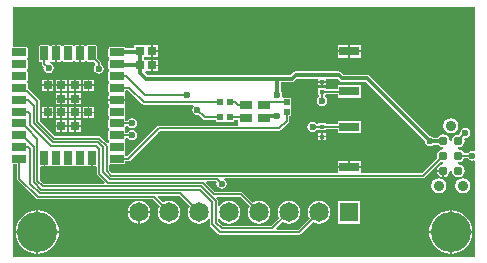
<source format=gtl>
G04*
G04 #@! TF.GenerationSoftware,Altium Limited,Altium Designer,21.6.4 (81)*
G04*
G04 Layer_Physical_Order=1*
G04 Layer_Color=255*
%FSLAX44Y44*%
%MOMM*%
G71*
G04*
G04 #@! TF.SameCoordinates,EAB3D259-4ACE-4868-9577-5A2B5B6BA7EE*
G04*
G04*
G04 #@! TF.FilePolarity,Positive*
G04*
G01*
G75*
G04:AMPARAMS|DCode=15|XSize=1.15mm|YSize=0.7mm|CornerRadius=0.035mm|HoleSize=0mm|Usage=FLASHONLY|Rotation=180.000|XOffset=0mm|YOffset=0mm|HoleType=Round|Shape=RoundedRectangle|*
%AMROUNDEDRECTD15*
21,1,1.1500,0.6300,0,0,180.0*
21,1,1.0800,0.7000,0,0,180.0*
1,1,0.0700,-0.5400,0.3150*
1,1,0.0700,0.5400,0.3150*
1,1,0.0700,0.5400,-0.3150*
1,1,0.0700,-0.5400,-0.3150*
%
%ADD15ROUNDEDRECTD15*%
G04:AMPARAMS|DCode=16|XSize=1.15mm|YSize=0.7mm|CornerRadius=0.035mm|HoleSize=0mm|Usage=FLASHONLY|Rotation=90.000|XOffset=0mm|YOffset=0mm|HoleType=Round|Shape=RoundedRectangle|*
%AMROUNDEDRECTD16*
21,1,1.1500,0.6300,0,0,90.0*
21,1,1.0800,0.7000,0,0,90.0*
1,1,0.0700,0.3150,0.5400*
1,1,0.0700,0.3150,-0.5400*
1,1,0.0700,-0.3150,-0.5400*
1,1,0.0700,-0.3150,0.5400*
%
%ADD16ROUNDEDRECTD16*%
%ADD17R,0.7000X0.7000*%
%ADD19R,1.0000X0.8000*%
%ADD20R,0.7800X0.7400*%
%ADD21R,1.7000X0.8000*%
%ADD22R,0.5200X0.5500*%
%ADD23R,0.5500X0.5200*%
%ADD24R,0.3500X0.3600*%
%ADD39C,0.7900*%
%ADD40C,0.1520*%
%ADD41C,0.3500*%
%ADD42C,0.9000*%
%ADD43C,1.6500*%
%ADD44R,1.6500X1.6500*%
%ADD45C,3.4000*%
%ADD46C,0.6000*%
G36*
X280823Y152823D02*
X281822Y152155D01*
X283000Y151921D01*
X283000Y151921D01*
X303211D01*
X353279Y101853D01*
X353610Y100188D01*
X354553Y98776D01*
X355966Y97832D01*
X357632Y97500D01*
X359298Y97832D01*
X360709Y98775D01*
X364727D01*
X364887Y98537D01*
X366613Y97383D01*
X368650Y96978D01*
Y94922D01*
X366613Y94517D01*
X364887Y93363D01*
X363733Y91637D01*
X363328Y89600D01*
X363725Y87602D01*
X351043Y74920D01*
X298770D01*
Y79238D01*
X279230D01*
Y74920D01*
X88498D01*
X85636Y77782D01*
Y81243D01*
X85688Y81340D01*
X86850Y82198D01*
X97650D01*
X98282Y82324D01*
X98818Y82682D01*
X99176Y83218D01*
X99302Y83850D01*
Y84930D01*
X102000D01*
X102792Y85088D01*
X103464Y85536D01*
X128857Y110930D01*
X230000D01*
X230792Y111088D01*
X231464Y111537D01*
X237464Y117536D01*
X237912Y118208D01*
X238070Y119000D01*
Y123130D01*
X240020D01*
Y130870D01*
X240020D01*
Y131130D01*
X240020D01*
Y138870D01*
X233126D01*
X233122Y138872D01*
X232183Y140140D01*
X232354Y141000D01*
X232022Y142666D01*
X231079Y144078D01*
Y151607D01*
X240478D01*
X241656Y151841D01*
X242655Y152509D01*
X245067Y154921D01*
X262980D01*
Y152962D01*
X266000D01*
X269020D01*
Y154921D01*
X278725D01*
X280823Y152823D01*
D02*
G37*
G36*
X395922Y94351D02*
X394652Y93725D01*
X393192Y94016D01*
X391526Y93684D01*
X390113Y92740D01*
X389419Y91701D01*
X386224D01*
X385113Y93363D01*
X383387Y94517D01*
X381350Y94922D01*
Y96978D01*
X383387Y97383D01*
X385113Y98537D01*
X386267Y100263D01*
X386672Y102300D01*
X386434Y103500D01*
X387289Y104538D01*
X387477Y104638D01*
X389016Y104944D01*
X390429Y105887D01*
X391372Y107300D01*
X391704Y108966D01*
X391372Y110632D01*
X390429Y112044D01*
X389016Y112988D01*
X387350Y113320D01*
X385684Y112988D01*
X384272Y112044D01*
X383328Y110632D01*
X382996Y108966D01*
X383078Y108556D01*
X382013Y107490D01*
X381350Y107622D01*
X379313Y107217D01*
X377587Y106063D01*
X376433Y104337D01*
X376048Y102400D01*
X373952D01*
X373567Y104337D01*
X372413Y106063D01*
X370687Y107217D01*
X368650Y107622D01*
X366613Y107217D01*
X364887Y106063D01*
X364131Y104933D01*
X360709D01*
X359298Y105876D01*
X357633Y106207D01*
X306663Y157177D01*
X305664Y157845D01*
X304486Y158079D01*
X284275D01*
X282177Y160177D01*
X281178Y160845D01*
X280000Y161079D01*
X243792D01*
X242614Y160845D01*
X241615Y160177D01*
X239203Y157765D01*
X118369D01*
X116375Y159760D01*
X116901Y161030D01*
X121138D01*
Y166000D01*
Y170970D01*
X115179D01*
Y173030D01*
X121138D01*
Y178000D01*
Y182970D01*
X106930D01*
Y180579D01*
X99216D01*
X99176Y180782D01*
X98818Y181318D01*
X98282Y181676D01*
X97650Y181802D01*
X86850D01*
X86218Y181676D01*
X85682Y181318D01*
X85324Y180782D01*
X85198Y180150D01*
Y173850D01*
X85324Y173218D01*
X85660Y172715D01*
X85682Y172674D01*
Y171326D01*
X85660Y171285D01*
X85324Y170782D01*
X85198Y170150D01*
Y163850D01*
X85324Y163218D01*
X85633Y162756D01*
X85660Y162705D01*
X85673Y162000D01*
X85660Y161296D01*
X85633Y161244D01*
X85324Y160782D01*
X85198Y160150D01*
Y153850D01*
X85324Y153218D01*
X85660Y152715D01*
X85682Y152674D01*
Y151326D01*
X85660Y151285D01*
X85324Y150782D01*
X85198Y150150D01*
Y143850D01*
X85324Y143218D01*
X85633Y142756D01*
X85660Y142705D01*
X85673Y142000D01*
X85660Y141295D01*
X85633Y141244D01*
X85324Y140782D01*
X85198Y140150D01*
Y137762D01*
X92250D01*
X99302D01*
Y140150D01*
X99176Y140782D01*
X98867Y141244D01*
X98840Y141295D01*
X98827Y142000D01*
X98840Y142705D01*
X98867Y142756D01*
X99176Y143218D01*
X99302Y143850D01*
Y144032D01*
X100200Y144930D01*
X102079D01*
X113472Y133537D01*
X114144Y133088D01*
X114936Y132930D01*
X157159D01*
X157544Y131660D01*
X157422Y131579D01*
X156478Y130166D01*
X156146Y128500D01*
X156478Y126834D01*
X157422Y125421D01*
X158834Y124478D01*
X160500Y124146D01*
X161690Y124383D01*
X165536Y120536D01*
X166208Y120088D01*
X167000Y119930D01*
X176130D01*
Y117980D01*
X182860D01*
X183870Y117980D01*
X185140Y117980D01*
X191870D01*
Y119930D01*
X195230D01*
Y116340D01*
X195230Y116230D01*
X194965Y115070D01*
X128000D01*
X127208Y114912D01*
X126537Y114464D01*
X101143Y89070D01*
X99302D01*
Y90150D01*
X99176Y90782D01*
X98840Y91285D01*
X98818Y91326D01*
Y92674D01*
X98840Y92715D01*
X99176Y93218D01*
X99302Y93850D01*
Y100150D01*
X99176Y100782D01*
X98867Y101244D01*
X98840Y101295D01*
X98827Y102000D01*
X98840Y102705D01*
X98867Y102756D01*
X99176Y103218D01*
X99302Y103850D01*
Y104032D01*
X100200Y104930D01*
X101348D01*
X102044Y103889D01*
X103457Y102945D01*
X105123Y102613D01*
X106789Y102945D01*
X108202Y103889D01*
X109145Y105301D01*
X109477Y106967D01*
X109145Y108633D01*
X108202Y110045D01*
X106789Y110989D01*
X105123Y111321D01*
X103457Y110989D01*
X102044Y110045D01*
X101393Y109070D01*
X99302D01*
Y110150D01*
X99176Y110782D01*
X98867Y111244D01*
X98840Y111295D01*
X98827Y112000D01*
X98840Y112705D01*
X98867Y112756D01*
X99176Y113218D01*
X99302Y113850D01*
Y114032D01*
X100200Y114930D01*
X101466D01*
X102078Y114016D01*
X103490Y113072D01*
X105156Y112740D01*
X106822Y113072D01*
X108235Y114016D01*
X109178Y115428D01*
X109510Y117094D01*
X109178Y118760D01*
X108235Y120173D01*
X106822Y121116D01*
X105156Y121448D01*
X103490Y121116D01*
X102078Y120173D01*
X101341Y119070D01*
X99302D01*
Y120150D01*
X99176Y120782D01*
X98867Y121244D01*
X98840Y121295D01*
X98827Y122000D01*
X98840Y122705D01*
X98867Y122756D01*
X99176Y123218D01*
X99302Y123850D01*
Y130150D01*
X99176Y130782D01*
X98867Y131244D01*
X98840Y131295D01*
X98827Y132000D01*
X98840Y132705D01*
X98867Y132756D01*
X99176Y133218D01*
X99302Y133850D01*
Y136238D01*
X92250D01*
X85198D01*
Y133850D01*
X85324Y133218D01*
X85633Y132756D01*
X85660Y132705D01*
X85673Y132000D01*
X85660Y131295D01*
X85633Y131244D01*
X85324Y130782D01*
X85198Y130150D01*
Y123850D01*
X85324Y123218D01*
X85633Y122756D01*
X85660Y122705D01*
X85673Y122000D01*
X85660Y121295D01*
X85633Y121244D01*
X85324Y120782D01*
X85198Y120150D01*
Y113850D01*
X85324Y113218D01*
X85633Y112756D01*
X85660Y112705D01*
X85673Y112000D01*
X85660Y111295D01*
X85633Y111244D01*
X85324Y110782D01*
X85198Y110150D01*
Y103850D01*
X85324Y103218D01*
X85633Y102756D01*
X85660Y102705D01*
X85673Y102000D01*
X85660Y101295D01*
X85651Y101278D01*
X85564Y101206D01*
X85564Y101205D01*
X84607Y100667D01*
X83987Y100569D01*
X79012Y105544D01*
X78340Y105992D01*
X77548Y106150D01*
X40076D01*
X27070Y119157D01*
Y136000D01*
X26912Y136792D01*
X26463Y137464D01*
X17953Y145974D01*
X17282Y146423D01*
X16802Y146518D01*
Y150150D01*
X16676Y150782D01*
X16340Y151285D01*
X16318Y151326D01*
Y152674D01*
X16340Y152715D01*
X16676Y153218D01*
X16802Y153850D01*
Y160150D01*
X16676Y160782D01*
X16340Y161285D01*
X16318Y161326D01*
Y162674D01*
X16340Y162715D01*
X16676Y163218D01*
X16802Y163850D01*
Y170150D01*
X16676Y170782D01*
X16340Y171285D01*
X16318Y171326D01*
Y172674D01*
X16340Y172715D01*
X16676Y173218D01*
X16802Y173850D01*
Y180150D01*
X16676Y180782D01*
X16318Y181318D01*
X15782Y181676D01*
X15150Y181802D01*
X4350D01*
X4078Y182025D01*
Y215922D01*
X395922Y215922D01*
Y94351D01*
D02*
G37*
G36*
X71762Y80698D02*
X74150D01*
X75328Y79876D01*
X75400Y79751D01*
Y74422D01*
X75558Y73630D01*
X76006Y72958D01*
X81992Y66973D01*
X81506Y65800D01*
X30546D01*
X27150Y69196D01*
Y79543D01*
X27850Y80698D01*
X30238D01*
Y87750D01*
X31762D01*
Y80698D01*
X34150D01*
X34782Y80824D01*
X35244Y81133D01*
X35296Y81160D01*
X36000Y81173D01*
X36705Y81160D01*
X36756Y81133D01*
X37218Y80824D01*
X37850Y80698D01*
X44150D01*
X44782Y80824D01*
X45244Y81133D01*
X45296Y81160D01*
X46000Y81173D01*
X46705Y81160D01*
X46756Y81133D01*
X47218Y80824D01*
X47850Y80698D01*
X54150D01*
X54782Y80824D01*
X55244Y81133D01*
X55296Y81160D01*
X56000Y81173D01*
X56705Y81160D01*
X56756Y81133D01*
X57218Y80824D01*
X57850Y80698D01*
X64150D01*
X64782Y80824D01*
X65244Y81133D01*
X65295Y81160D01*
X66000Y81173D01*
X66705Y81160D01*
X66756Y81133D01*
X67218Y80824D01*
X67850Y80698D01*
X70238D01*
Y87750D01*
X71762D01*
Y80698D01*
D02*
G37*
G36*
X390113Y86583D02*
X391526Y85640D01*
X393192Y85308D01*
X394652Y85599D01*
X395922Y84973D01*
Y4078D01*
X4078Y4078D01*
Y81975D01*
X4350Y82198D01*
X7680D01*
Y70250D01*
X7838Y69458D01*
X8286Y68787D01*
X23926Y53147D01*
X24598Y52698D01*
X25390Y52540D01*
X110774D01*
X110858Y51270D01*
X110135Y51175D01*
X108615Y50975D01*
X106299Y50016D01*
X104310Y48490D01*
X102784Y46501D01*
X101825Y44185D01*
X101598Y42462D01*
X120602D01*
X120375Y44185D01*
X119416Y46501D01*
X117890Y48490D01*
X115901Y50016D01*
X113585Y50975D01*
X112065Y51175D01*
X111342Y51270D01*
X111426Y52540D01*
X122733D01*
X128439Y46834D01*
X128184Y46501D01*
X127225Y44185D01*
X126898Y41700D01*
X127225Y39215D01*
X128184Y36899D01*
X129710Y34910D01*
X131699Y33384D01*
X134015Y32425D01*
X136500Y32098D01*
X138985Y32425D01*
X141301Y33384D01*
X143290Y34910D01*
X144816Y36899D01*
X145775Y39215D01*
X146102Y41700D01*
X145775Y44185D01*
X144816Y46501D01*
X143290Y48490D01*
X141301Y50016D01*
X138985Y50975D01*
X136500Y51302D01*
X134015Y50975D01*
X131699Y50016D01*
X131367Y49761D01*
X126720Y54407D01*
X127206Y55580D01*
X145093D01*
X153839Y46834D01*
X153584Y46501D01*
X152625Y44185D01*
X152298Y41700D01*
X152625Y39215D01*
X153584Y36899D01*
X155110Y34910D01*
X157099Y33384D01*
X159415Y32425D01*
X161900Y32098D01*
X164385Y32425D01*
X166701Y33384D01*
X168690Y34910D01*
X169660Y36175D01*
X170930Y35744D01*
Y31701D01*
X171088Y30909D01*
X171537Y30237D01*
X178277Y23496D01*
X178949Y23048D01*
X179741Y22890D01*
X246760D01*
X247552Y23048D01*
X248223Y23496D01*
X258367Y33639D01*
X258699Y33384D01*
X261015Y32425D01*
X263500Y32098D01*
X265985Y32425D01*
X268301Y33384D01*
X270290Y34910D01*
X271816Y36899D01*
X272775Y39215D01*
X273102Y41700D01*
X272775Y44185D01*
X271816Y46501D01*
X270290Y48490D01*
X268301Y50016D01*
X265985Y50975D01*
X263500Y51302D01*
X261015Y50975D01*
X258699Y50016D01*
X256710Y48490D01*
X255184Y46501D01*
X254225Y44185D01*
X253898Y41700D01*
X254225Y39215D01*
X255184Y36899D01*
X255439Y36567D01*
X245903Y27030D01*
X227616D01*
X227130Y28203D01*
X232740Y33813D01*
X233299Y33384D01*
X235615Y32425D01*
X238100Y32098D01*
X240585Y32425D01*
X242901Y33384D01*
X244890Y34910D01*
X246416Y36899D01*
X247375Y39215D01*
X247702Y41700D01*
X247375Y44185D01*
X246416Y46501D01*
X244890Y48490D01*
X242901Y50016D01*
X240585Y50975D01*
X238100Y51302D01*
X235615Y50975D01*
X233299Y50016D01*
X231310Y48490D01*
X229784Y46501D01*
X228825Y44185D01*
X228498Y41700D01*
X228825Y39215D01*
X229784Y36899D01*
X229866Y36793D01*
X223143Y30070D01*
X181857D01*
X178110Y33817D01*
Y35952D01*
X179380Y36384D01*
X180510Y34910D01*
X182499Y33384D01*
X184815Y32425D01*
X187300Y32098D01*
X189785Y32425D01*
X192101Y33384D01*
X194090Y34910D01*
X195616Y36899D01*
X196575Y39215D01*
X196902Y41700D01*
X196575Y44185D01*
X195616Y46501D01*
X194090Y48490D01*
X192101Y50016D01*
X189785Y50975D01*
X187300Y51302D01*
X184815Y50975D01*
X182499Y50016D01*
X180510Y48490D01*
X179380Y47017D01*
X178110Y47448D01*
Y51259D01*
X177952Y52051D01*
X177504Y52723D01*
X176469Y53757D01*
X176955Y54930D01*
X196543D01*
X204639Y46834D01*
X204384Y46501D01*
X203425Y44185D01*
X203098Y41700D01*
X203425Y39215D01*
X204384Y36899D01*
X205910Y34910D01*
X207899Y33384D01*
X210215Y32425D01*
X212700Y32098D01*
X215185Y32425D01*
X217501Y33384D01*
X219490Y34910D01*
X221016Y36899D01*
X221975Y39215D01*
X222302Y41700D01*
X221975Y44185D01*
X221016Y46501D01*
X219490Y48490D01*
X217501Y50016D01*
X215185Y50975D01*
X212700Y51302D01*
X210215Y50975D01*
X207899Y50016D01*
X207567Y49761D01*
X198864Y58464D01*
X198192Y58912D01*
X197400Y59070D01*
X175456D01*
X167769Y66757D01*
X168255Y67930D01*
X175967D01*
X176835Y66947D01*
X176646Y66000D01*
X176978Y64334D01*
X177922Y62922D01*
X179334Y61978D01*
X181000Y61646D01*
X182666Y61978D01*
X184079Y62922D01*
X185022Y64334D01*
X185354Y66000D01*
X185022Y67666D01*
X184079Y69078D01*
X183432Y69510D01*
X183817Y70780D01*
X351900D01*
X352692Y70938D01*
X353364Y71387D01*
X366652Y84675D01*
X368650Y84278D01*
Y82222D01*
X366613Y81817D01*
X364887Y80663D01*
X363733Y78937D01*
X363479Y77662D01*
X368650D01*
Y76900D01*
X369412D01*
Y71729D01*
X370687Y71983D01*
X372413Y73137D01*
X373567Y74863D01*
X373972Y76900D01*
X376028D01*
X376433Y74863D01*
X377587Y73137D01*
X379313Y71983D01*
X381350Y71578D01*
X383387Y71983D01*
X385113Y73137D01*
X386267Y74863D01*
X386672Y76900D01*
X386267Y78937D01*
X385113Y80663D01*
X383387Y81817D01*
X381350Y82222D01*
Y84278D01*
X383387Y84683D01*
X385113Y85837D01*
X386266Y87561D01*
X389460D01*
X390113Y86583D01*
D02*
G37*
%LPC*%
G36*
X269020Y151438D02*
X266762D01*
Y149130D01*
X269020D01*
Y151438D01*
D02*
G37*
G36*
X265238D02*
X262980D01*
Y149130D01*
X265238D01*
Y151438D01*
D02*
G37*
G36*
X298770Y149270D02*
X279230D01*
Y145870D01*
X269020D01*
Y146870D01*
X262980D01*
Y140730D01*
X263107D01*
X263493Y139460D01*
X262922Y139079D01*
X261978Y137666D01*
X261646Y136000D01*
X261978Y134334D01*
X262922Y132921D01*
X264334Y131978D01*
X266000Y131646D01*
X267666Y131978D01*
X269079Y132921D01*
X270022Y134334D01*
X270354Y136000D01*
X270022Y137666D01*
X269079Y139079D01*
X268507Y139460D01*
X268893Y140730D01*
X269020D01*
Y141730D01*
X279230D01*
Y138730D01*
X298770D01*
Y149270D01*
D02*
G37*
G36*
Y119270D02*
X279230D01*
Y116270D01*
X269020D01*
Y117270D01*
X262980D01*
Y116193D01*
X261765D01*
X261143Y117125D01*
X259730Y118068D01*
X258064Y118400D01*
X256398Y118068D01*
X254986Y117125D01*
X254042Y115712D01*
X253710Y114046D01*
X254042Y112380D01*
X254986Y110968D01*
X256398Y110024D01*
X258064Y109692D01*
X259730Y110024D01*
X261143Y110968D01*
X261710Y111817D01*
X262980Y111629D01*
Y111130D01*
X269020D01*
Y112130D01*
X279230D01*
Y108730D01*
X298770D01*
Y119270D01*
D02*
G37*
G36*
X269020Y108870D02*
X266762D01*
Y106562D01*
X269020D01*
Y108870D01*
D02*
G37*
G36*
X265238D02*
X262980D01*
Y106562D01*
X265238D01*
Y108870D01*
D02*
G37*
G36*
X269020Y105038D02*
X266762D01*
Y102730D01*
X269020D01*
Y105038D01*
D02*
G37*
G36*
X265238D02*
X262980D01*
Y102730D01*
X265238D01*
Y105038D01*
D02*
G37*
G36*
X298770Y85270D02*
X289762D01*
Y80762D01*
X298770D01*
Y85270D01*
D02*
G37*
G36*
X288238D02*
X279230D01*
Y80762D01*
X288238D01*
Y85270D01*
D02*
G37*
G36*
X298770Y183270D02*
X289762D01*
Y178762D01*
X298770D01*
Y183270D01*
D02*
G37*
G36*
X288238D02*
X279230D01*
Y178762D01*
X288238D01*
Y183270D01*
D02*
G37*
G36*
X127070Y182970D02*
X122662D01*
Y178762D01*
X127070D01*
Y182970D01*
D02*
G37*
G36*
Y177238D02*
X122662D01*
Y173030D01*
X127070D01*
Y177238D01*
D02*
G37*
G36*
X298770Y177238D02*
X289762D01*
Y172730D01*
X298770D01*
Y177238D01*
D02*
G37*
G36*
X288238D02*
X279230D01*
Y172730D01*
X288238D01*
Y177238D01*
D02*
G37*
G36*
X44150Y183302D02*
X41762D01*
Y176250D01*
Y169198D01*
X44150D01*
X44782Y169324D01*
X45244Y169633D01*
X45296Y169660D01*
X46000Y169673D01*
X46705Y169660D01*
X46756Y169633D01*
X47218Y169324D01*
X47850Y169198D01*
X54150D01*
X54782Y169324D01*
X55244Y169633D01*
X55296Y169660D01*
X56000Y169673D01*
X56705Y169660D01*
X56756Y169633D01*
X57218Y169324D01*
X57850Y169198D01*
X60238D01*
Y176250D01*
Y183302D01*
X57850D01*
X57218Y183176D01*
X56756Y182867D01*
X56705Y182840D01*
X56000Y182827D01*
X55296Y182840D01*
X55244Y182867D01*
X54782Y183176D01*
X54150Y183302D01*
X47850D01*
X47218Y183176D01*
X46756Y182867D01*
X46705Y182840D01*
X46000Y182827D01*
X45296Y182840D01*
X45244Y182867D01*
X44782Y183176D01*
X44150Y183302D01*
D02*
G37*
G36*
X34150D02*
X27850D01*
X27218Y183176D01*
X26682Y182818D01*
X26324Y182282D01*
X26198Y181650D01*
Y170850D01*
X26324Y170218D01*
X26682Y169682D01*
X27218Y169324D01*
X27850Y169198D01*
X28930D01*
Y167374D01*
X29088Y166582D01*
X29536Y165910D01*
X30427Y165020D01*
X30190Y163830D01*
X30522Y162164D01*
X31465Y160751D01*
X32878Y159808D01*
X34544Y159476D01*
X36210Y159808D01*
X37622Y160751D01*
X38566Y162164D01*
X38898Y163830D01*
X38566Y165496D01*
X37622Y166908D01*
X36210Y167852D01*
X36044Y167885D01*
X35941Y167971D01*
X35475Y169293D01*
X35756Y169669D01*
X36000Y169673D01*
X36705Y169660D01*
X36756Y169633D01*
X37218Y169324D01*
X37850Y169198D01*
X40238D01*
Y176250D01*
Y183302D01*
X37850D01*
X37218Y183176D01*
X36756Y182867D01*
X36705Y182840D01*
X36000Y182827D01*
X35296Y182840D01*
X35244Y182867D01*
X34782Y183176D01*
X34150Y183302D01*
D02*
G37*
G36*
X127070Y170970D02*
X122662D01*
Y166762D01*
X127070D01*
Y170970D01*
D02*
G37*
G36*
Y165238D02*
X122662D01*
Y161030D01*
X127070D01*
Y165238D01*
D02*
G37*
G36*
X64150Y183302D02*
X61762D01*
Y176250D01*
Y169198D01*
X64150D01*
X64782Y169324D01*
X65244Y169633D01*
X65295Y169660D01*
X66000Y169673D01*
X66705Y169660D01*
X66756Y169633D01*
X67218Y169324D01*
X67850Y169198D01*
X72875D01*
X74040Y168033D01*
X73884Y166401D01*
X72940Y164988D01*
X72608Y163322D01*
X72940Y161656D01*
X73884Y160243D01*
X75296Y159300D01*
X76962Y158968D01*
X78628Y159300D01*
X80041Y160243D01*
X80984Y161656D01*
X81316Y163322D01*
X80984Y164988D01*
X80041Y166401D01*
X79032Y167075D01*
Y168038D01*
X78874Y168830D01*
X78425Y169502D01*
X75802Y172125D01*
Y181650D01*
X75676Y182282D01*
X75318Y182818D01*
X74782Y183176D01*
X74150Y183302D01*
X67850D01*
X67218Y183176D01*
X66756Y182867D01*
X66705Y182840D01*
X66000Y182827D01*
X65295Y182840D01*
X65244Y182867D01*
X64782Y183176D01*
X64150Y183302D01*
D02*
G37*
G36*
X50020Y154020D02*
X46012D01*
Y150012D01*
X50020D01*
Y154020D01*
D02*
G37*
G36*
X61520D02*
X57512D01*
Y150012D01*
X61520D01*
Y154020D01*
D02*
G37*
G36*
X38520D02*
X34512D01*
Y150012D01*
X38520D01*
Y154020D01*
D02*
G37*
G36*
X73020D02*
X69012D01*
Y150012D01*
X73020D01*
Y154020D01*
D02*
G37*
G36*
X44488D02*
X40480D01*
Y150012D01*
X44488D01*
Y154020D01*
D02*
G37*
G36*
X55988D02*
X51980D01*
Y150012D01*
X55988D01*
Y154020D01*
D02*
G37*
G36*
X32988D02*
X28980D01*
Y150012D01*
X32988D01*
Y154020D01*
D02*
G37*
G36*
X67488D02*
X63480D01*
Y150012D01*
X67488D01*
Y154020D01*
D02*
G37*
G36*
X73020Y148488D02*
X69012D01*
Y144480D01*
X73020D01*
Y148488D01*
D02*
G37*
G36*
X67488D02*
X63480D01*
Y144480D01*
X67488D01*
Y148488D01*
D02*
G37*
G36*
X61520D02*
X57512D01*
Y144480D01*
X61520D01*
Y148488D01*
D02*
G37*
G36*
X55988D02*
X51980D01*
Y144480D01*
X55988D01*
Y148488D01*
D02*
G37*
G36*
X50020D02*
X46012D01*
Y144480D01*
X50020D01*
Y148488D01*
D02*
G37*
G36*
X44488D02*
X40480D01*
Y144480D01*
X44488D01*
Y148488D01*
D02*
G37*
G36*
X38520D02*
X34512D01*
Y144480D01*
X38520D01*
Y148488D01*
D02*
G37*
G36*
X32988D02*
X28980D01*
Y144480D01*
X32988D01*
Y148488D01*
D02*
G37*
G36*
X50020Y142520D02*
X46012D01*
Y138512D01*
X50020D01*
Y142520D01*
D02*
G37*
G36*
X61520D02*
X57512D01*
Y138512D01*
X61520D01*
Y142520D01*
D02*
G37*
G36*
X44488D02*
X40480D01*
Y138512D01*
X44488D01*
Y142520D01*
D02*
G37*
G36*
X55988D02*
X51980D01*
Y138512D01*
X55988D01*
Y142520D01*
D02*
G37*
G36*
X61520Y136988D02*
X57512D01*
Y132980D01*
X61520D01*
Y136988D01*
D02*
G37*
G36*
X55988D02*
X51980D01*
Y132980D01*
X55988D01*
Y136988D01*
D02*
G37*
G36*
X50020D02*
X46012D01*
Y132980D01*
X50020D01*
Y136988D01*
D02*
G37*
G36*
X44488D02*
X40480D01*
Y132980D01*
X44488D01*
Y136988D01*
D02*
G37*
G36*
X50020Y131020D02*
X46012D01*
Y127012D01*
X50020D01*
Y131020D01*
D02*
G37*
G36*
X61520D02*
X57512D01*
Y127012D01*
X61520D01*
Y131020D01*
D02*
G37*
G36*
X38520D02*
X34512D01*
Y127012D01*
X38520D01*
Y131020D01*
D02*
G37*
G36*
X73020D02*
X69012D01*
Y127012D01*
X73020D01*
Y131020D01*
D02*
G37*
G36*
X44488D02*
X40480D01*
Y127012D01*
X44488D01*
Y131020D01*
D02*
G37*
G36*
X55988D02*
X51980D01*
Y127012D01*
X55988D01*
Y131020D01*
D02*
G37*
G36*
X32988D02*
X28980D01*
Y127012D01*
X32988D01*
Y131020D01*
D02*
G37*
G36*
X67488D02*
X63480D01*
Y127012D01*
X67488D01*
Y131020D01*
D02*
G37*
G36*
X73020Y125488D02*
X69012D01*
Y121480D01*
X73020D01*
Y125488D01*
D02*
G37*
G36*
X67488D02*
X63480D01*
Y121480D01*
X67488D01*
Y125488D01*
D02*
G37*
G36*
X61520D02*
X57512D01*
Y121480D01*
X61520D01*
Y125488D01*
D02*
G37*
G36*
X55988D02*
X51980D01*
Y121480D01*
X55988D01*
Y125488D01*
D02*
G37*
G36*
X50020D02*
X46012D01*
Y121480D01*
X50020D01*
Y125488D01*
D02*
G37*
G36*
X44488D02*
X40480D01*
Y121480D01*
X44488D01*
Y125488D01*
D02*
G37*
G36*
X38520D02*
X34512D01*
Y121480D01*
X38520D01*
Y125488D01*
D02*
G37*
G36*
X32988D02*
X28980D01*
Y121480D01*
X32988D01*
Y125488D01*
D02*
G37*
G36*
X50020Y119520D02*
X46012D01*
Y115512D01*
X50020D01*
Y119520D01*
D02*
G37*
G36*
X61520D02*
X57512D01*
Y115512D01*
X61520D01*
Y119520D01*
D02*
G37*
G36*
X44488D02*
X40480D01*
Y115512D01*
X44488D01*
Y119520D01*
D02*
G37*
G36*
X55988D02*
X51980D01*
Y115512D01*
X55988D01*
Y119520D01*
D02*
G37*
G36*
X61520Y113988D02*
X57512D01*
Y109980D01*
X61520D01*
Y113988D01*
D02*
G37*
G36*
X55988D02*
X51980D01*
Y109980D01*
X55988D01*
Y113988D01*
D02*
G37*
G36*
X50020D02*
X46012D01*
Y109980D01*
X50020D01*
Y113988D01*
D02*
G37*
G36*
X44488D02*
X40480D01*
Y109980D01*
X44488D01*
Y113988D01*
D02*
G37*
G36*
X375000Y121367D02*
X372563Y120883D01*
X370498Y119502D01*
X369117Y117437D01*
X368633Y115000D01*
X369117Y112563D01*
X370498Y110498D01*
X372563Y109117D01*
X375000Y108633D01*
X377437Y109117D01*
X379502Y110498D01*
X380883Y112563D01*
X381367Y115000D01*
X380883Y117437D01*
X379502Y119502D01*
X377437Y120883D01*
X375000Y121367D01*
D02*
G37*
G36*
X367888Y76138D02*
X363479D01*
X363733Y74863D01*
X364887Y73137D01*
X366613Y71983D01*
X367888Y71729D01*
Y76138D01*
D02*
G37*
G36*
X385160Y70567D02*
X382723Y70083D01*
X380658Y68702D01*
X379277Y66637D01*
X378793Y64200D01*
X379277Y61763D01*
X380658Y59698D01*
X382723Y58317D01*
X385160Y57833D01*
X387597Y58317D01*
X389662Y59698D01*
X391043Y61763D01*
X391527Y64200D01*
X391043Y66637D01*
X389662Y68702D01*
X387597Y70083D01*
X385160Y70567D01*
D02*
G37*
G36*
X364840D02*
X362403Y70083D01*
X360338Y68702D01*
X358957Y66637D01*
X358473Y64200D01*
X358957Y61763D01*
X360338Y59698D01*
X362403Y58317D01*
X364840Y57833D01*
X367277Y58317D01*
X369342Y59698D01*
X370723Y61763D01*
X371207Y64200D01*
X370723Y66637D01*
X369342Y68702D01*
X367277Y70083D01*
X364840Y70567D01*
D02*
G37*
G36*
X120602Y40938D02*
X111862D01*
Y32198D01*
X113585Y32425D01*
X115901Y33384D01*
X117890Y34910D01*
X119416Y36899D01*
X120375Y39215D01*
X120602Y40938D01*
D02*
G37*
G36*
X110338D02*
X101598D01*
X101825Y39215D01*
X102784Y36899D01*
X104310Y34910D01*
X106299Y33384D01*
X108615Y32425D01*
X110338Y32198D01*
Y40938D01*
D02*
G37*
G36*
X298420Y51220D02*
X279380D01*
Y32180D01*
X298420D01*
Y51220D01*
D02*
G37*
G36*
X375762Y43283D02*
Y25762D01*
X393283D01*
X393006Y28582D01*
X391961Y32025D01*
X390264Y35199D01*
X387981Y37981D01*
X385199Y40264D01*
X382025Y41961D01*
X378582Y43006D01*
X375762Y43283D01*
D02*
G37*
G36*
X374238D02*
X371418Y43006D01*
X367975Y41961D01*
X364801Y40264D01*
X362019Y37981D01*
X359736Y35199D01*
X358039Y32025D01*
X356994Y28582D01*
X356717Y25762D01*
X374238D01*
Y43283D01*
D02*
G37*
G36*
X25762D02*
Y25762D01*
X43283D01*
X43006Y28582D01*
X41961Y32025D01*
X40264Y35199D01*
X37981Y37981D01*
X35199Y40264D01*
X32025Y41961D01*
X28582Y43006D01*
X25762Y43283D01*
D02*
G37*
G36*
X24238D02*
X21418Y43006D01*
X17975Y41961D01*
X14801Y40264D01*
X12019Y37981D01*
X9736Y35199D01*
X8039Y32025D01*
X6994Y28582D01*
X6717Y25762D01*
X24238D01*
Y43283D01*
D02*
G37*
G36*
X393283Y24238D02*
X375762D01*
Y6717D01*
X378582Y6994D01*
X382025Y8039D01*
X385199Y9736D01*
X387981Y12019D01*
X390264Y14801D01*
X391961Y17975D01*
X393006Y21418D01*
X393283Y24238D01*
D02*
G37*
G36*
X374238D02*
X356717D01*
X356994Y21418D01*
X358039Y17975D01*
X359736Y14801D01*
X362019Y12019D01*
X364801Y9736D01*
X367975Y8039D01*
X371418Y6994D01*
X374238Y6717D01*
Y24238D01*
D02*
G37*
G36*
X43283D02*
X25762D01*
Y6717D01*
X28582Y6994D01*
X32025Y8039D01*
X35199Y9736D01*
X37981Y12019D01*
X40264Y14801D01*
X41961Y17975D01*
X43006Y21418D01*
X43283Y24238D01*
D02*
G37*
G36*
X24238D02*
X6717D01*
X6994Y21418D01*
X8039Y17975D01*
X9736Y14801D01*
X12019Y12019D01*
X14801Y9736D01*
X17975Y8039D01*
X21418Y6994D01*
X24238Y6717D01*
Y24238D01*
D02*
G37*
%LPD*%
D15*
X92250Y87000D02*
D03*
Y97000D02*
D03*
Y107000D02*
D03*
Y117000D02*
D03*
Y127000D02*
D03*
Y137000D02*
D03*
Y147000D02*
D03*
Y157000D02*
D03*
Y167000D02*
D03*
Y177000D02*
D03*
X9750D02*
D03*
Y167000D02*
D03*
Y157000D02*
D03*
Y147000D02*
D03*
Y137000D02*
D03*
Y127000D02*
D03*
Y117000D02*
D03*
Y107000D02*
D03*
Y97000D02*
D03*
Y87000D02*
D03*
D16*
X31000Y176250D02*
D03*
X41000D02*
D03*
X51000D02*
D03*
X61000D02*
D03*
X71000D02*
D03*
Y87750D02*
D03*
X61000D02*
D03*
X51000D02*
D03*
X41000D02*
D03*
X31000D02*
D03*
D17*
X68250Y149250D02*
D03*
X56750D02*
D03*
X45250D02*
D03*
X33750D02*
D03*
Y126250D02*
D03*
X45250Y137750D02*
D03*
X56750D02*
D03*
Y114750D02*
D03*
X68250Y126250D02*
D03*
X56750D02*
D03*
X45250D02*
D03*
Y114750D02*
D03*
D19*
X216500Y132500D02*
D03*
X201500D02*
D03*
Y121500D02*
D03*
X216500D02*
D03*
D20*
X112100Y166000D02*
D03*
X121900D02*
D03*
Y178000D02*
D03*
X112100D02*
D03*
D21*
X289000Y144000D02*
D03*
Y178000D02*
D03*
Y114000D02*
D03*
Y80000D02*
D03*
D22*
X188000Y122000D02*
D03*
X180000D02*
D03*
X188000Y135000D02*
D03*
X180000D02*
D03*
D23*
X236000Y135000D02*
D03*
Y127000D02*
D03*
D24*
X266000Y152200D02*
D03*
Y143800D02*
D03*
X266000Y105800D02*
D03*
Y114200D02*
D03*
D39*
X381350Y76900D02*
D03*
X368650D02*
D03*
X381350Y89600D02*
D03*
X368650D02*
D03*
X381350Y102300D02*
D03*
X368650D02*
D03*
D40*
X197400Y57000D02*
X212700Y41700D01*
X174599Y57000D02*
X197400D01*
X164828Y66770D02*
X174599Y57000D01*
X176040Y46751D02*
Y51259D01*
X29688Y63730D02*
X163569D01*
X176040Y51259D01*
X173000Y36701D02*
Y50000D01*
X85122Y66770D02*
X164828D01*
X162310Y60690D02*
X173000Y50000D01*
X87640Y72850D02*
X351900D01*
X83566Y76925D02*
X87640Y72850D01*
X351900D02*
X368650Y89600D01*
X86191Y70000D02*
X177000D01*
X28429Y60690D02*
X162310D01*
X80518Y75673D02*
X86191Y70000D01*
X77470Y74422D02*
X85122Y66770D01*
X177000Y70000D02*
X181000Y66000D01*
X22040Y67079D02*
X28429Y60690D01*
X25080Y68338D02*
X29688Y63730D01*
X266000Y136000D02*
Y143800D01*
X266000Y143800D01*
X92250Y87000D02*
X102000D01*
X128000Y113000D02*
X230000D01*
X102000Y87000D02*
X128000Y113000D01*
X219000Y135000D02*
X236000D01*
X236000Y135000D01*
Y119000D02*
Y127000D01*
X230000Y113000D02*
X236000Y119000D01*
X216500Y132500D02*
X219000Y135000D01*
X100076Y156972D02*
X116048Y141000D01*
X152000D01*
X167000Y122000D02*
X180000D01*
X160500Y128500D02*
X167000Y122000D01*
X188000D02*
X201000D01*
X201500Y121500D01*
X194500Y132500D02*
X201500D01*
X192000Y135000D02*
X194500Y132500D01*
X188000Y135000D02*
X192000D01*
X105090Y107000D02*
X105156Y106934D01*
X114936Y135000D02*
X180000D01*
X102936Y147000D02*
X114936Y135000D01*
X258064Y114046D02*
X258141Y114123D01*
X265923D01*
X266000Y114200D01*
X92250Y107000D02*
X105090D01*
X92250Y117000D02*
X105062D01*
X105156Y117094D01*
X76962Y163576D02*
Y168038D01*
X381350Y102966D02*
X387350Y108966D01*
X381350Y102300D02*
Y102966D01*
Y89600D02*
X381381Y89631D01*
X393161D01*
X393192Y89662D01*
X31000Y167374D02*
Y176250D01*
Y167374D02*
X34544Y163830D01*
X71000Y174000D02*
Y176250D01*
Y174000D02*
X76962Y168038D01*
X77470Y74422D02*
Y95250D01*
X83566Y76925D02*
Y98062D01*
X80518Y75673D02*
Y96811D01*
X9750Y70250D02*
X25390Y54610D01*
X27170Y57650D02*
X145950D01*
X161900Y41700D01*
X19000Y65820D02*
X27170Y57650D01*
X25390Y54610D02*
X123590D01*
X136500Y41700D01*
X92278Y156972D02*
X100076D01*
X92250Y157000D02*
X92278Y156972D01*
X92250Y147000D02*
X102936D01*
X266000Y143800D02*
X288800D01*
X289000Y144000D01*
X288800Y114200D02*
X289000Y114000D01*
X266000Y114200D02*
X288800D01*
X36701Y98000D02*
X74720D01*
X77470Y95250D01*
X76289Y101040D02*
X80518Y96811D01*
X77548Y104080D02*
X83566Y98062D01*
X21960Y117040D02*
X37960Y101040D01*
X76289D01*
X39219Y104080D02*
X77548D01*
X25000Y118299D02*
X39219Y104080D01*
X18920Y115781D02*
X36701Y98000D01*
X21960Y117040D02*
Y132040D01*
X16490Y144510D02*
X25000Y136000D01*
X17000Y137000D02*
X21960Y132040D01*
X25000Y118299D02*
Y136000D01*
X9750Y127000D02*
X17000D01*
X18920Y125080D01*
Y115781D02*
Y125080D01*
X9750Y147000D02*
X12240Y144510D01*
X16490D01*
X9750Y137000D02*
X17000D01*
X25080Y68338D02*
Y103939D01*
X16239Y112780D02*
X25080Y103939D01*
X176040Y32960D02*
Y46751D01*
Y32960D02*
X181000Y28000D01*
X224000D01*
X173000Y31701D02*
X179741Y24960D01*
X173000Y31701D02*
Y36701D01*
X179741Y24960D02*
X184182D01*
X246760D01*
X237700Y41700D02*
X238100D01*
X224000Y28000D02*
X237700Y41700D01*
X246760Y24960D02*
X263500Y41700D01*
X16220Y112780D02*
X16239D01*
X9750Y117000D02*
X12000D01*
X16220Y112780D01*
X22040Y67079D02*
Y96979D01*
X9750Y107000D02*
X12000D01*
X16220Y102780D01*
X16239D01*
X22040Y96979D01*
X9750Y97000D02*
X17000D01*
X19000Y95000D01*
Y65820D02*
Y95000D01*
X9750Y70250D02*
Y87000D01*
D41*
X216500Y121500D02*
X218000Y123000D01*
X228000D01*
X240478Y154686D02*
X243792Y158000D01*
X280000D02*
X283000Y155000D01*
X243792Y158000D02*
X280000D01*
X228000Y154686D02*
X240478D01*
X117094D02*
X228000D01*
Y141000D02*
Y154686D01*
X283000Y155000D02*
X304486D01*
X357632Y101854D01*
X112100Y166000D02*
Y178000D01*
Y159680D02*
X117094Y154686D01*
X112100Y159680D02*
Y166000D01*
X111600Y166500D02*
X112100Y166000D01*
X92250Y167000D02*
X92750Y166500D01*
X111600D01*
X92250Y177000D02*
X92750Y177500D01*
X111600D01*
X112100Y178000D01*
X368204Y101854D02*
X368650Y102300D01*
X357632Y101854D02*
X368204D01*
D42*
X364840Y64200D02*
D03*
X385160D02*
D03*
X375000Y115000D02*
D03*
D43*
X161900Y41700D02*
D03*
X187300D02*
D03*
X212700D02*
D03*
X263500D02*
D03*
X238100D02*
D03*
X136500D02*
D03*
X111100D02*
D03*
D44*
X288900D02*
D03*
D45*
X375000Y25000D02*
D03*
X25000D02*
D03*
D46*
X181000Y66000D02*
D03*
X392000Y77000D02*
D03*
Y137000D02*
D03*
Y152000D02*
D03*
Y167000D02*
D03*
Y182000D02*
D03*
Y197000D02*
D03*
Y212000D02*
D03*
X353000Y8000D02*
D03*
Y19000D02*
D03*
X308000Y8000D02*
D03*
X293000D02*
D03*
X278000D02*
D03*
X263000D02*
D03*
X248000D02*
D03*
X233000D02*
D03*
X218000D02*
D03*
X203000D02*
D03*
X308000Y19000D02*
D03*
X293000D02*
D03*
X278000D02*
D03*
X263000D02*
D03*
X248000D02*
D03*
X233000D02*
D03*
X218000D02*
D03*
X203000D02*
D03*
X188000Y8000D02*
D03*
X173000D02*
D03*
X158000D02*
D03*
X143000D02*
D03*
X128000D02*
D03*
X113000D02*
D03*
X98000D02*
D03*
X83000D02*
D03*
X68000D02*
D03*
X53000D02*
D03*
X188000Y19000D02*
D03*
X173000D02*
D03*
X158000D02*
D03*
X143000D02*
D03*
X128000D02*
D03*
X113000D02*
D03*
X98000D02*
D03*
X83000D02*
D03*
X68000D02*
D03*
X53000D02*
D03*
X81000Y109000D02*
D03*
X79000Y149000D02*
D03*
Y126000D02*
D03*
X68000Y116000D02*
D03*
X36000Y117000D02*
D03*
X34000Y137000D02*
D03*
X288000Y130000D02*
D03*
X263000Y80000D02*
D03*
X248000D02*
D03*
X233000D02*
D03*
X218000D02*
D03*
X203000D02*
D03*
X188000D02*
D03*
X173000D02*
D03*
X158000D02*
D03*
X143000D02*
D03*
X128000D02*
D03*
X116000Y92000D02*
D03*
X130000Y107000D02*
D03*
X104000Y80000D02*
D03*
X105000Y98000D02*
D03*
X107000Y131000D02*
D03*
X134000Y124000D02*
D03*
X150000D02*
D03*
X160500Y128500D02*
D03*
X152000Y141000D02*
D03*
X383000Y212000D02*
D03*
Y197000D02*
D03*
Y182000D02*
D03*
Y167000D02*
D03*
Y152000D02*
D03*
Y47000D02*
D03*
X368000Y212000D02*
D03*
Y197000D02*
D03*
Y182000D02*
D03*
Y167000D02*
D03*
Y152000D02*
D03*
Y122000D02*
D03*
Y47000D02*
D03*
X353000Y212000D02*
D03*
Y197000D02*
D03*
Y182000D02*
D03*
Y167000D02*
D03*
Y152000D02*
D03*
Y122000D02*
D03*
Y62000D02*
D03*
Y47000D02*
D03*
Y32000D02*
D03*
X338000Y212000D02*
D03*
Y197000D02*
D03*
Y182000D02*
D03*
Y167000D02*
D03*
Y152000D02*
D03*
Y107000D02*
D03*
Y92000D02*
D03*
Y62000D02*
D03*
Y47000D02*
D03*
Y32000D02*
D03*
X323000Y212000D02*
D03*
Y197000D02*
D03*
Y182000D02*
D03*
Y167000D02*
D03*
Y152000D02*
D03*
Y122000D02*
D03*
Y107000D02*
D03*
Y92000D02*
D03*
Y47000D02*
D03*
Y32000D02*
D03*
X308000Y212000D02*
D03*
Y197000D02*
D03*
Y182000D02*
D03*
Y167000D02*
D03*
Y122000D02*
D03*
Y107000D02*
D03*
Y92000D02*
D03*
Y62000D02*
D03*
Y32000D02*
D03*
X293000Y212000D02*
D03*
Y197000D02*
D03*
Y167000D02*
D03*
Y92000D02*
D03*
Y62000D02*
D03*
X278000Y212000D02*
D03*
Y197000D02*
D03*
Y167000D02*
D03*
Y92000D02*
D03*
Y62000D02*
D03*
X263000Y212000D02*
D03*
Y197000D02*
D03*
Y182000D02*
D03*
Y167000D02*
D03*
Y122000D02*
D03*
Y92000D02*
D03*
Y62000D02*
D03*
X248000Y212000D02*
D03*
Y197000D02*
D03*
Y182000D02*
D03*
Y167000D02*
D03*
Y137000D02*
D03*
Y107000D02*
D03*
Y92000D02*
D03*
Y62000D02*
D03*
X233000Y212000D02*
D03*
Y197000D02*
D03*
Y182000D02*
D03*
Y167000D02*
D03*
Y107000D02*
D03*
Y92000D02*
D03*
Y62000D02*
D03*
X218000Y212000D02*
D03*
Y197000D02*
D03*
Y182000D02*
D03*
Y167000D02*
D03*
Y107000D02*
D03*
Y92000D02*
D03*
Y62000D02*
D03*
X203000Y212000D02*
D03*
Y197000D02*
D03*
Y182000D02*
D03*
Y167000D02*
D03*
Y107000D02*
D03*
Y92000D02*
D03*
Y62000D02*
D03*
X188000Y212000D02*
D03*
Y197000D02*
D03*
Y182000D02*
D03*
Y167000D02*
D03*
Y107000D02*
D03*
Y92000D02*
D03*
X173000Y212000D02*
D03*
Y197000D02*
D03*
Y182000D02*
D03*
Y167000D02*
D03*
Y107000D02*
D03*
Y92000D02*
D03*
X158000Y212000D02*
D03*
Y197000D02*
D03*
Y182000D02*
D03*
Y167000D02*
D03*
Y107000D02*
D03*
Y92000D02*
D03*
X143000Y212000D02*
D03*
Y197000D02*
D03*
Y182000D02*
D03*
Y167000D02*
D03*
Y107000D02*
D03*
Y92000D02*
D03*
X128000Y212000D02*
D03*
Y197000D02*
D03*
Y92000D02*
D03*
Y32000D02*
D03*
X113000Y212000D02*
D03*
Y197000D02*
D03*
Y107000D02*
D03*
X98000Y212000D02*
D03*
Y197000D02*
D03*
Y47000D02*
D03*
Y32000D02*
D03*
X83000Y212000D02*
D03*
Y197000D02*
D03*
Y47000D02*
D03*
Y32000D02*
D03*
X68000Y212000D02*
D03*
Y197000D02*
D03*
Y137000D02*
D03*
Y77000D02*
D03*
Y47000D02*
D03*
Y32000D02*
D03*
X53000Y212000D02*
D03*
Y197000D02*
D03*
Y77000D02*
D03*
Y47000D02*
D03*
Y32000D02*
D03*
X38000Y212000D02*
D03*
Y197000D02*
D03*
Y77000D02*
D03*
Y47000D02*
D03*
X23000Y212000D02*
D03*
Y197000D02*
D03*
Y182000D02*
D03*
Y167000D02*
D03*
Y152000D02*
D03*
Y47000D02*
D03*
X8000Y212000D02*
D03*
Y197000D02*
D03*
Y62000D02*
D03*
Y47000D02*
D03*
X228000Y123000D02*
D03*
Y141000D02*
D03*
X266000Y136000D02*
D03*
X357632Y101854D02*
D03*
X258064Y114046D02*
D03*
X105123Y106967D02*
D03*
X105156Y117094D02*
D03*
X76962Y163322D02*
D03*
X387350Y108966D02*
D03*
X393192Y89662D02*
D03*
X34544Y163830D02*
D03*
M02*

</source>
